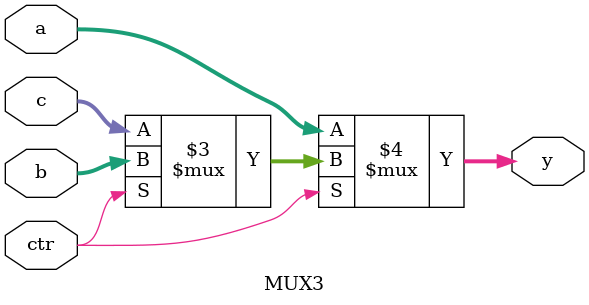
<source format=v>

module MUX3 #(parameter WIDTH = 32)
	(a,b,c,ctr,y);
  input  ctr;
  input[WIDTH-1:0] a,b,c;
  output[WIDTH-1:0] y;


  assign y = (ctr==0)?a:((ctr==1)?b:c);
endmodule

</source>
